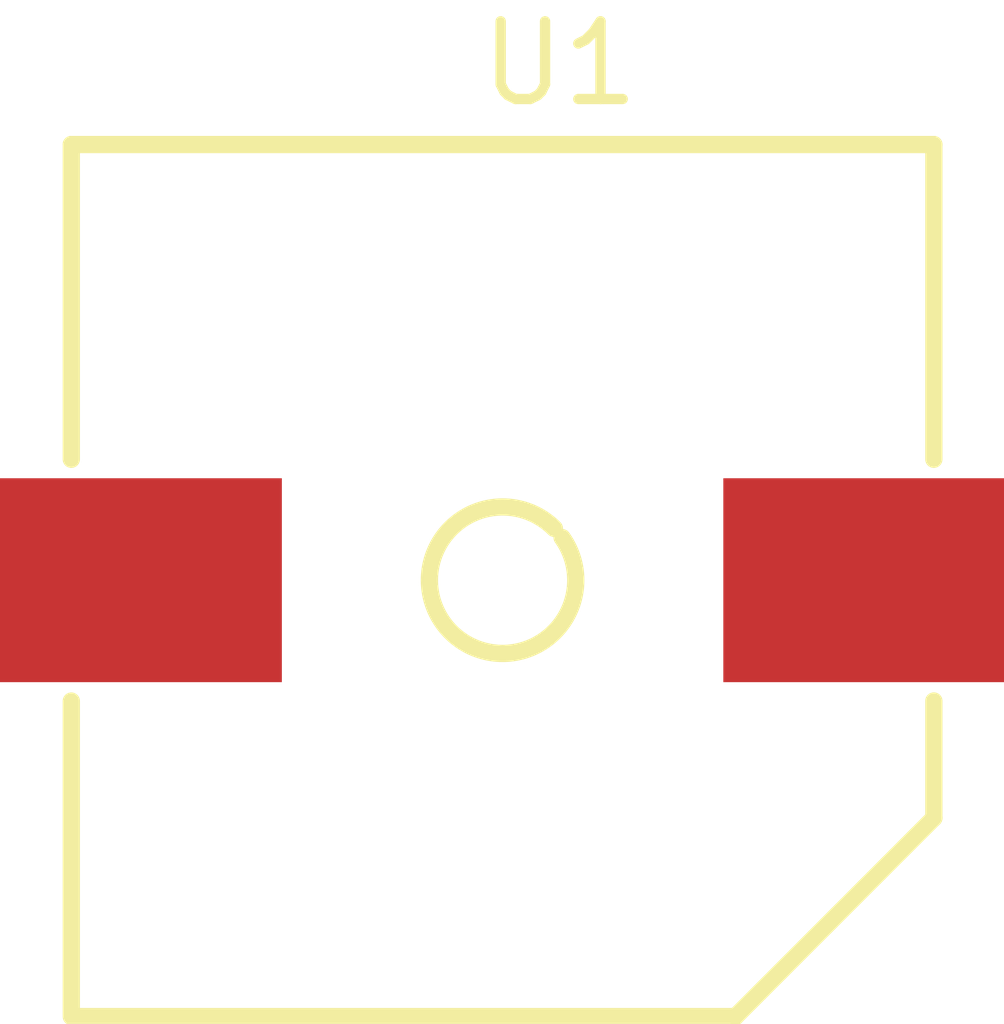
<source format=kicad_pcb>
(kicad_pcb (version 20211014) (generator pcbnew)
  (layers (0 "F.Cu" signal) (31 "B.Cu" signal) (34 "B.Paste" user) (35 "F.Paste" user) (36 "B.SilkS" user "B.Silkscreen") (37 "F.SilkS" user "F.Silkscreen") (38 "B.Mask" user) (39 "F.Mask" user) (44 "Edge.Cuts" user))
  (net 0 "")
  (footprint "easyeda:BUZ-SMD_GSD128XX" (layer "F.Cu") (at 26.8 23)
    (fp_text reference "U1" (at -0.4 -7.6) (layer "F.SilkS") (effects (font (size 1.143 1.143) (thickness 0.152)) (justify left)))
    (fp_text value "BUZ-SMD_GSD128XX" hide)
    (fp_line (start 6.35 3.499) (end 6.35 1.777) (layer "F.SilkS") (width 0.254))
    (fp_line (start 3.429 6.42) (end 6.35 3.499) (layer "F.SilkS") (width 0.254))
    (fp_line (start -6.35 1.778) (end -6.35 6.39) (layer "F.SilkS") (width 0.254))
    (fp_line (start 6.35 -1.779) (end 6.35 -6.409) (layer "F.SilkS") (width 0.254))
    (fp_line (start 6.35 -6.409) (end -6.35 -6.409) (layer "F.SilkS") (width 0.254))
    (fp_line (start -6.35 6.42) (end 3.429 6.42) (layer "F.SilkS") (width 0.254))
    (fp_line (start -6.35 -6.409) (end -6.35 -1.779) (layer "F.SilkS") (width 0.254))
    (fp_arc (start 0.877 -0.626) (mid -0.822381 0.6962) (end 0.762158 -0.761656) (layer "F.SilkS") (width 0.254))
    (pad "1" smd rect locked (at -5.325 0 90) (size 3 4.15) (layers "F.Cu" "F.Paste" "F.Mask"))
    (pad "2" smd rect locked (at 5.325 0 90) (size 3 4.15) (layers "F.Cu" "F.Paste" "F.Mask"))
  )
)
</source>
